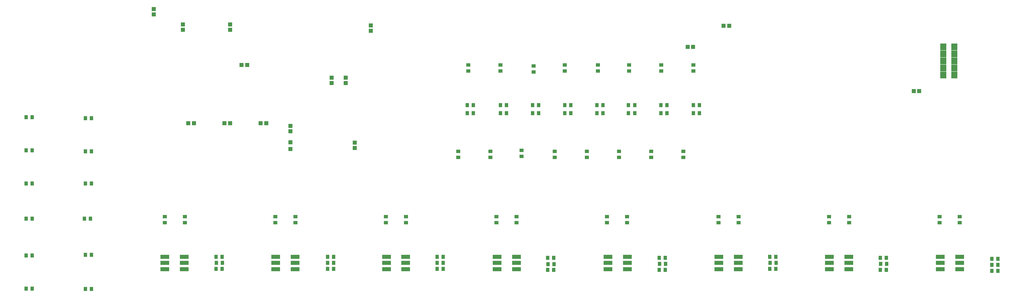
<source format=gtp>
G04 ---------------------------- Layer name :TOP PASTER LAYER*
G04 EasyEDA v5.8.20, Sun, 02 Dec 2018 16:16:23 GMT*
G04 d22fb70d7412471b8286d7b1cf1715de*
G04 Gerber Generator version 0.2*
G04 Scale: 100 percent, Rotated: No, Reflected: No *
G04 Dimensions in millimeters *
G04 leading zeros omitted , absolute positions ,3 integer and 3 decimal *
%FSLAX33Y33*%
%MOMM*%
G90*
G71D02*

%ADD16R,1.099998X0.999998*%
%ADD17R,0.999998X1.099998*%
%ADD18R,1.600200X1.800860*%
%ADD19R,0.990600X1.092200*%
%ADD20R,0.914400X1.016000*%
%ADD21R,1.016000X0.914400*%
%ADD22R,2.199996X1.099998*%

%LPD*%
G54D16*
G01X86868Y60601D03*
G01X86868Y59202D03*
G01X90427Y60599D03*
G01X90427Y59199D03*
G54D17*
G01X187344Y73663D03*
G01X185945Y73663D03*
G54D18*
G01X244224Y66545D03*
G01X241430Y66545D03*
G01X244224Y68323D03*
G01X241430Y68323D03*
G01X244224Y64767D03*
G01X241430Y64767D03*
G01X244226Y62987D03*
G01X241432Y62987D03*
G01X244224Y61211D03*
G01X241430Y61211D03*
G54D17*
G01X178206Y68326D03*
G01X176807Y68326D03*
G54D16*
G01X41906Y76554D03*
G01X41906Y77953D03*
G54D17*
G01X64108Y63754D03*
G01X65508Y63754D03*
G54D16*
G01X92704Y42772D03*
G01X92704Y44171D03*
G54D19*
G01X76426Y44248D03*
G01X76426Y42546D03*
G54D16*
G01X76451Y48412D03*
G01X76451Y47012D03*
G54D20*
G01X179834Y51561D03*
G01X178305Y51561D03*
G01X171630Y51565D03*
G01X170101Y51565D03*
G01X163431Y51565D03*
G01X161902Y51565D03*
G01X155445Y51565D03*
G01X153916Y51565D03*
G01X147317Y51565D03*
G01X145788Y51565D03*
G01X139189Y51565D03*
G01X137660Y51565D03*
G01X131064Y51563D03*
G01X129535Y51563D03*
G01X122682Y51563D03*
G01X121153Y51563D03*
G54D21*
G01X175765Y41913D03*
G01X175765Y40384D03*
G01X167637Y41913D03*
G01X167637Y40384D03*
G01X159509Y41913D03*
G01X159509Y40384D03*
G01X151381Y41913D03*
G01X151381Y40384D03*
G01X143256Y41911D03*
G01X143256Y40382D03*
G01X134874Y42165D03*
G01X134874Y40636D03*
G01X126997Y41913D03*
G01X126997Y40384D03*
G01X118869Y41913D03*
G01X118869Y40384D03*
G01X240541Y23869D03*
G01X240541Y25398D03*
G01X245618Y23872D03*
G01X245618Y25401D03*
G01X212601Y23869D03*
G01X212601Y25398D03*
G01X217678Y23872D03*
G01X217678Y25401D03*
G01X184661Y23869D03*
G01X184661Y25398D03*
G01X189738Y23872D03*
G01X189738Y25401D03*
G01X156467Y23869D03*
G01X156467Y25398D03*
G01X161544Y23872D03*
G01X161544Y25401D03*
G01X128527Y23869D03*
G01X128527Y25398D03*
G01X133604Y23872D03*
G01X133604Y25401D03*
G01X100584Y23872D03*
G01X100584Y25401D03*
G01X105664Y23872D03*
G01X105664Y25401D03*
G01X77724Y23872D03*
G01X77724Y25401D03*
G01X44704Y23872D03*
G01X44704Y25401D03*
G01X49787Y23869D03*
G01X49787Y25398D03*
G01X72644Y23872D03*
G01X72644Y25401D03*
G54D20*
G01X179834Y53593D03*
G01X178305Y53593D03*
G01X171628Y53597D03*
G01X170099Y53597D03*
G01X163429Y53597D03*
G01X161900Y53597D03*
G01X155445Y53597D03*
G01X153916Y53597D03*
G01X147320Y53595D03*
G01X145791Y53595D03*
G01X139189Y53597D03*
G01X137660Y53597D03*
G01X131061Y53597D03*
G01X129532Y53597D03*
G01X122685Y53592D03*
G01X121155Y53592D03*
G01X199205Y13707D03*
G01X197676Y13707D03*
G01X171265Y13455D03*
G01X169736Y13455D03*
G01X59251Y13709D03*
G01X57722Y13709D03*
G01X143073Y13450D03*
G01X141544Y13450D03*
G01X115065Y13714D03*
G01X113535Y13714D03*
G01X87379Y13714D03*
G01X85849Y13714D03*
G01X255273Y13206D03*
G01X253743Y13206D03*
G01X227140Y13455D03*
G01X225610Y13455D03*
G54D22*
G01X217592Y12110D03*
G01X217592Y13709D03*
G01X217592Y15308D03*
G01X212689Y15308D03*
G01X212689Y13709D03*
G01X212689Y12110D03*
G01X245593Y12110D03*
G01X245593Y13709D03*
G01X245593Y15308D03*
G01X240690Y15308D03*
G01X240690Y13709D03*
G01X240690Y12110D03*
G01X189593Y12110D03*
G01X189593Y13709D03*
G01X189593Y15308D03*
G01X184691Y15308D03*
G01X184691Y13709D03*
G01X184691Y12110D03*
G01X105593Y12110D03*
G01X105593Y13709D03*
G01X105593Y15308D03*
G01X100691Y15308D03*
G01X100691Y13709D03*
G01X100691Y12110D03*
G01X161592Y12110D03*
G01X161592Y13709D03*
G01X161592Y15308D03*
G01X156690Y15308D03*
G01X156690Y13709D03*
G01X156690Y12110D03*
G01X133591Y12110D03*
G01X133591Y13709D03*
G01X133591Y15308D03*
G01X128689Y15308D03*
G01X128689Y13709D03*
G01X128689Y12110D03*
G01X77592Y12110D03*
G01X77592Y13709D03*
G01X77592Y15308D03*
G01X72690Y15308D03*
G01X72690Y13709D03*
G01X72690Y12110D03*
G01X49594Y12110D03*
G01X49594Y13709D03*
G01X49594Y15308D03*
G01X44691Y15308D03*
G01X44691Y13709D03*
G01X44691Y12110D03*
G54D20*
G01X255273Y11682D03*
G01X253743Y11682D03*
G01X255273Y14730D03*
G01X253743Y14730D03*
G01X227081Y14982D03*
G01X225552Y14982D03*
G01X227076Y11936D03*
G01X225547Y11936D03*
G01X199141Y12188D03*
G01X197612Y12188D03*
G01X199139Y15238D03*
G01X197609Y15238D03*
G01X171199Y14984D03*
G01X169669Y14984D03*
G01X171199Y11936D03*
G01X169669Y11936D03*
G01X143007Y11934D03*
G01X141478Y11934D03*
G01X143005Y14984D03*
G01X141475Y14984D03*
G01X115065Y15246D03*
G01X113535Y15246D03*
G01X115065Y12198D03*
G01X113535Y12198D03*
G01X87379Y12190D03*
G01X85849Y12190D03*
G01X87379Y15238D03*
G01X85849Y15238D03*
G01X59187Y12188D03*
G01X57658Y12188D03*
G01X59185Y15238D03*
G01X57655Y15238D03*
G54D21*
G01X178303Y63760D03*
G01X178303Y62231D03*
G01X170175Y63760D03*
G01X170175Y62231D03*
G01X162047Y63760D03*
G01X162047Y62231D03*
G01X154173Y63760D03*
G01X154173Y62231D03*
G01X145796Y63755D03*
G01X145796Y62226D03*
G01X137917Y63506D03*
G01X137917Y61977D03*
G01X129537Y63757D03*
G01X129537Y62228D03*
G01X121412Y63755D03*
G01X121412Y62226D03*
G54D20*
G01X9649Y50542D03*
G01X11179Y50542D03*
G01X24635Y50288D03*
G01X26165Y50288D03*
G01X9647Y42165D03*
G01X11176Y42165D03*
G01X24633Y41911D03*
G01X26162Y41911D03*
G01X9647Y33783D03*
G01X11176Y33783D03*
G01X9647Y24893D03*
G01X11176Y24893D03*
G01X24635Y15749D03*
G01X26165Y15749D03*
G01X9649Y15645D03*
G01X11179Y15645D03*
G01X24635Y7161D03*
G01X26165Y7161D03*
G01X9649Y7209D03*
G01X11179Y7209D03*
G01X24381Y24890D03*
G01X25911Y24890D03*
G01X24635Y33780D03*
G01X26165Y33780D03*
G54D17*
G01X59794Y49014D03*
G01X61195Y49014D03*
G01X68938Y49014D03*
G01X70339Y49014D03*
G01X50650Y49014D03*
G01X52051Y49014D03*
G01X235356Y57147D03*
G01X233957Y57147D03*
G54D16*
G01X96777Y73812D03*
G01X96777Y72412D03*
G01X49276Y74066D03*
G01X49276Y72666D03*
G01X61214Y74066D03*
G01X61214Y72666D03*
M00*
M02*

</source>
